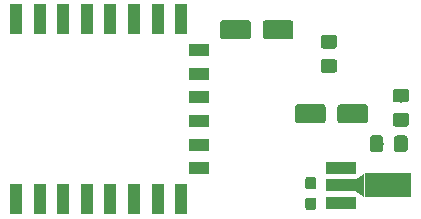
<source format=gtp>
G04 #@! TF.GenerationSoftware,KiCad,Pcbnew,5.1.2-f72e74a~84~ubuntu18.10.1*
G04 #@! TF.CreationDate,2019-07-18T21:48:07+02:00*
G04 #@! TF.ProjectId,esp12-dht22,65737031-322d-4646-9874-32322e6b6963,rev?*
G04 #@! TF.SameCoordinates,PX4129270PY6f2f610*
G04 #@! TF.FileFunction,Paste,Top*
G04 #@! TF.FilePolarity,Positive*
%FSLAX46Y46*%
G04 Gerber Fmt 4.6, Leading zero omitted, Abs format (unit mm)*
G04 Created by KiCad (PCBNEW 5.1.2-f72e74a~84~ubuntu18.10.1) date 2019-07-18 21:48:07*
%MOMM*%
%LPD*%
G04 APERTURE LIST*
%ADD10R,2.500000X1.000000*%
%ADD11R,4.000000X2.000000*%
%ADD12C,0.750000*%
%ADD13C,0.100000*%
%ADD14C,1.150000*%
%ADD15C,0.950000*%
%ADD16C,1.600000*%
%ADD17R,1.000000X2.500000*%
%ADD18R,1.800000X1.000000*%
G04 APERTURE END LIST*
D10*
X36322000Y4318000D03*
X36322000Y2818000D03*
X36322000Y1318000D03*
D11*
X40282000Y2818000D03*
D12*
X37932000Y2818000D03*
D13*
G36*
X38307000Y1818000D02*
G01*
X37557000Y2318000D01*
X37557000Y3318000D01*
X38307000Y3818000D01*
X38307000Y1818000D01*
X38307000Y1818000D01*
G37*
G36*
X39701505Y7048796D02*
G01*
X39725773Y7045196D01*
X39749572Y7039235D01*
X39772671Y7030970D01*
X39794850Y7020480D01*
X39815893Y7007868D01*
X39835599Y6993253D01*
X39853777Y6976777D01*
X39870253Y6958599D01*
X39884868Y6938893D01*
X39897480Y6917850D01*
X39907970Y6895671D01*
X39916235Y6872572D01*
X39922196Y6848773D01*
X39925796Y6824505D01*
X39927000Y6800001D01*
X39927000Y5899999D01*
X39925796Y5875495D01*
X39922196Y5851227D01*
X39916235Y5827428D01*
X39907970Y5804329D01*
X39897480Y5782150D01*
X39884868Y5761107D01*
X39870253Y5741401D01*
X39853777Y5723223D01*
X39835599Y5706747D01*
X39815893Y5692132D01*
X39794850Y5679520D01*
X39772671Y5669030D01*
X39749572Y5660765D01*
X39725773Y5654804D01*
X39701505Y5651204D01*
X39677001Y5650000D01*
X39026999Y5650000D01*
X39002495Y5651204D01*
X38978227Y5654804D01*
X38954428Y5660765D01*
X38931329Y5669030D01*
X38909150Y5679520D01*
X38888107Y5692132D01*
X38868401Y5706747D01*
X38850223Y5723223D01*
X38833747Y5741401D01*
X38819132Y5761107D01*
X38806520Y5782150D01*
X38796030Y5804329D01*
X38787765Y5827428D01*
X38781804Y5851227D01*
X38778204Y5875495D01*
X38777000Y5899999D01*
X38777000Y6800001D01*
X38778204Y6824505D01*
X38781804Y6848773D01*
X38787765Y6872572D01*
X38796030Y6895671D01*
X38806520Y6917850D01*
X38819132Y6938893D01*
X38833747Y6958599D01*
X38850223Y6976777D01*
X38868401Y6993253D01*
X38888107Y7007868D01*
X38909150Y7020480D01*
X38931329Y7030970D01*
X38954428Y7039235D01*
X38978227Y7045196D01*
X39002495Y7048796D01*
X39026999Y7050000D01*
X39677001Y7050000D01*
X39701505Y7048796D01*
X39701505Y7048796D01*
G37*
D14*
X39352000Y6350000D03*
D13*
G36*
X41751505Y7048796D02*
G01*
X41775773Y7045196D01*
X41799572Y7039235D01*
X41822671Y7030970D01*
X41844850Y7020480D01*
X41865893Y7007868D01*
X41885599Y6993253D01*
X41903777Y6976777D01*
X41920253Y6958599D01*
X41934868Y6938893D01*
X41947480Y6917850D01*
X41957970Y6895671D01*
X41966235Y6872572D01*
X41972196Y6848773D01*
X41975796Y6824505D01*
X41977000Y6800001D01*
X41977000Y5899999D01*
X41975796Y5875495D01*
X41972196Y5851227D01*
X41966235Y5827428D01*
X41957970Y5804329D01*
X41947480Y5782150D01*
X41934868Y5761107D01*
X41920253Y5741401D01*
X41903777Y5723223D01*
X41885599Y5706747D01*
X41865893Y5692132D01*
X41844850Y5679520D01*
X41822671Y5669030D01*
X41799572Y5660765D01*
X41775773Y5654804D01*
X41751505Y5651204D01*
X41727001Y5650000D01*
X41076999Y5650000D01*
X41052495Y5651204D01*
X41028227Y5654804D01*
X41004428Y5660765D01*
X40981329Y5669030D01*
X40959150Y5679520D01*
X40938107Y5692132D01*
X40918401Y5706747D01*
X40900223Y5723223D01*
X40883747Y5741401D01*
X40869132Y5761107D01*
X40856520Y5782150D01*
X40846030Y5804329D01*
X40837765Y5827428D01*
X40831804Y5851227D01*
X40828204Y5875495D01*
X40827000Y5899999D01*
X40827000Y6800001D01*
X40828204Y6824505D01*
X40831804Y6848773D01*
X40837765Y6872572D01*
X40846030Y6895671D01*
X40856520Y6917850D01*
X40869132Y6938893D01*
X40883747Y6958599D01*
X40900223Y6976777D01*
X40918401Y6993253D01*
X40938107Y7007868D01*
X40959150Y7020480D01*
X40981329Y7030970D01*
X41004428Y7039235D01*
X41028227Y7045196D01*
X41052495Y7048796D01*
X41076999Y7050000D01*
X41727001Y7050000D01*
X41751505Y7048796D01*
X41751505Y7048796D01*
G37*
D14*
X41402000Y6350000D03*
D13*
G36*
X34042779Y1793856D02*
G01*
X34065834Y1790437D01*
X34088443Y1784773D01*
X34110387Y1776921D01*
X34131457Y1766956D01*
X34151448Y1754974D01*
X34170168Y1741090D01*
X34187438Y1725438D01*
X34203090Y1708168D01*
X34216974Y1689448D01*
X34228956Y1669457D01*
X34238921Y1648387D01*
X34246773Y1626443D01*
X34252437Y1603834D01*
X34255856Y1580779D01*
X34257000Y1557500D01*
X34257000Y982500D01*
X34255856Y959221D01*
X34252437Y936166D01*
X34246773Y913557D01*
X34238921Y891613D01*
X34228956Y870543D01*
X34216974Y850552D01*
X34203090Y831832D01*
X34187438Y814562D01*
X34170168Y798910D01*
X34151448Y785026D01*
X34131457Y773044D01*
X34110387Y763079D01*
X34088443Y755227D01*
X34065834Y749563D01*
X34042779Y746144D01*
X34019500Y745000D01*
X33544500Y745000D01*
X33521221Y746144D01*
X33498166Y749563D01*
X33475557Y755227D01*
X33453613Y763079D01*
X33432543Y773044D01*
X33412552Y785026D01*
X33393832Y798910D01*
X33376562Y814562D01*
X33360910Y831832D01*
X33347026Y850552D01*
X33335044Y870543D01*
X33325079Y891613D01*
X33317227Y913557D01*
X33311563Y936166D01*
X33308144Y959221D01*
X33307000Y982500D01*
X33307000Y1557500D01*
X33308144Y1580779D01*
X33311563Y1603834D01*
X33317227Y1626443D01*
X33325079Y1648387D01*
X33335044Y1669457D01*
X33347026Y1689448D01*
X33360910Y1708168D01*
X33376562Y1725438D01*
X33393832Y1741090D01*
X33412552Y1754974D01*
X33432543Y1766956D01*
X33453613Y1776921D01*
X33475557Y1784773D01*
X33498166Y1790437D01*
X33521221Y1793856D01*
X33544500Y1795000D01*
X34019500Y1795000D01*
X34042779Y1793856D01*
X34042779Y1793856D01*
G37*
D15*
X33782000Y1270000D03*
D13*
G36*
X34042779Y3543856D02*
G01*
X34065834Y3540437D01*
X34088443Y3534773D01*
X34110387Y3526921D01*
X34131457Y3516956D01*
X34151448Y3504974D01*
X34170168Y3491090D01*
X34187438Y3475438D01*
X34203090Y3458168D01*
X34216974Y3439448D01*
X34228956Y3419457D01*
X34238921Y3398387D01*
X34246773Y3376443D01*
X34252437Y3353834D01*
X34255856Y3330779D01*
X34257000Y3307500D01*
X34257000Y2732500D01*
X34255856Y2709221D01*
X34252437Y2686166D01*
X34246773Y2663557D01*
X34238921Y2641613D01*
X34228956Y2620543D01*
X34216974Y2600552D01*
X34203090Y2581832D01*
X34187438Y2564562D01*
X34170168Y2548910D01*
X34151448Y2535026D01*
X34131457Y2523044D01*
X34110387Y2513079D01*
X34088443Y2505227D01*
X34065834Y2499563D01*
X34042779Y2496144D01*
X34019500Y2495000D01*
X33544500Y2495000D01*
X33521221Y2496144D01*
X33498166Y2499563D01*
X33475557Y2505227D01*
X33453613Y2513079D01*
X33432543Y2523044D01*
X33412552Y2535026D01*
X33393832Y2548910D01*
X33376562Y2564562D01*
X33360910Y2581832D01*
X33347026Y2600552D01*
X33335044Y2620543D01*
X33325079Y2641613D01*
X33317227Y2663557D01*
X33311563Y2686166D01*
X33308144Y2709221D01*
X33307000Y2732500D01*
X33307000Y3307500D01*
X33308144Y3330779D01*
X33311563Y3353834D01*
X33317227Y3376443D01*
X33325079Y3398387D01*
X33335044Y3419457D01*
X33347026Y3439448D01*
X33360910Y3458168D01*
X33376562Y3475438D01*
X33393832Y3491090D01*
X33412552Y3504974D01*
X33432543Y3516956D01*
X33453613Y3526921D01*
X33475557Y3534773D01*
X33498166Y3540437D01*
X33521221Y3543856D01*
X33544500Y3545000D01*
X34019500Y3545000D01*
X34042779Y3543856D01*
X34042779Y3543856D01*
G37*
D15*
X33782000Y3020000D03*
D13*
G36*
X28484504Y16800796D02*
G01*
X28508773Y16797196D01*
X28532571Y16791235D01*
X28555671Y16782970D01*
X28577849Y16772480D01*
X28598893Y16759867D01*
X28618598Y16745253D01*
X28636777Y16728777D01*
X28653253Y16710598D01*
X28667867Y16690893D01*
X28680480Y16669849D01*
X28690970Y16647671D01*
X28699235Y16624571D01*
X28705196Y16600773D01*
X28708796Y16576504D01*
X28710000Y16552000D01*
X28710000Y15452000D01*
X28708796Y15427496D01*
X28705196Y15403227D01*
X28699235Y15379429D01*
X28690970Y15356329D01*
X28680480Y15334151D01*
X28667867Y15313107D01*
X28653253Y15293402D01*
X28636777Y15275223D01*
X28618598Y15258747D01*
X28598893Y15244133D01*
X28577849Y15231520D01*
X28555671Y15221030D01*
X28532571Y15212765D01*
X28508773Y15206804D01*
X28484504Y15203204D01*
X28460000Y15202000D01*
X26360000Y15202000D01*
X26335496Y15203204D01*
X26311227Y15206804D01*
X26287429Y15212765D01*
X26264329Y15221030D01*
X26242151Y15231520D01*
X26221107Y15244133D01*
X26201402Y15258747D01*
X26183223Y15275223D01*
X26166747Y15293402D01*
X26152133Y15313107D01*
X26139520Y15334151D01*
X26129030Y15356329D01*
X26120765Y15379429D01*
X26114804Y15403227D01*
X26111204Y15427496D01*
X26110000Y15452000D01*
X26110000Y16552000D01*
X26111204Y16576504D01*
X26114804Y16600773D01*
X26120765Y16624571D01*
X26129030Y16647671D01*
X26139520Y16669849D01*
X26152133Y16690893D01*
X26166747Y16710598D01*
X26183223Y16728777D01*
X26201402Y16745253D01*
X26221107Y16759867D01*
X26242151Y16772480D01*
X26264329Y16782970D01*
X26287429Y16791235D01*
X26311227Y16797196D01*
X26335496Y16800796D01*
X26360000Y16802000D01*
X28460000Y16802000D01*
X28484504Y16800796D01*
X28484504Y16800796D01*
G37*
D16*
X27410000Y16002000D03*
D13*
G36*
X32084504Y16800796D02*
G01*
X32108773Y16797196D01*
X32132571Y16791235D01*
X32155671Y16782970D01*
X32177849Y16772480D01*
X32198893Y16759867D01*
X32218598Y16745253D01*
X32236777Y16728777D01*
X32253253Y16710598D01*
X32267867Y16690893D01*
X32280480Y16669849D01*
X32290970Y16647671D01*
X32299235Y16624571D01*
X32305196Y16600773D01*
X32308796Y16576504D01*
X32310000Y16552000D01*
X32310000Y15452000D01*
X32308796Y15427496D01*
X32305196Y15403227D01*
X32299235Y15379429D01*
X32290970Y15356329D01*
X32280480Y15334151D01*
X32267867Y15313107D01*
X32253253Y15293402D01*
X32236777Y15275223D01*
X32218598Y15258747D01*
X32198893Y15244133D01*
X32177849Y15231520D01*
X32155671Y15221030D01*
X32132571Y15212765D01*
X32108773Y15206804D01*
X32084504Y15203204D01*
X32060000Y15202000D01*
X29960000Y15202000D01*
X29935496Y15203204D01*
X29911227Y15206804D01*
X29887429Y15212765D01*
X29864329Y15221030D01*
X29842151Y15231520D01*
X29821107Y15244133D01*
X29801402Y15258747D01*
X29783223Y15275223D01*
X29766747Y15293402D01*
X29752133Y15313107D01*
X29739520Y15334151D01*
X29729030Y15356329D01*
X29720765Y15379429D01*
X29714804Y15403227D01*
X29711204Y15427496D01*
X29710000Y15452000D01*
X29710000Y16552000D01*
X29711204Y16576504D01*
X29714804Y16600773D01*
X29720765Y16624571D01*
X29729030Y16647671D01*
X29739520Y16669849D01*
X29752133Y16690893D01*
X29766747Y16710598D01*
X29783223Y16728777D01*
X29801402Y16745253D01*
X29821107Y16759867D01*
X29842151Y16772480D01*
X29864329Y16782970D01*
X29887429Y16791235D01*
X29911227Y16797196D01*
X29935496Y16800796D01*
X29960000Y16802000D01*
X32060000Y16802000D01*
X32084504Y16800796D01*
X32084504Y16800796D01*
G37*
D16*
X31010000Y16002000D03*
D17*
X8819000Y1671000D03*
X10819000Y1671000D03*
X12819000Y1671000D03*
X14819000Y1671000D03*
X16819000Y1671000D03*
X18819000Y1671000D03*
X20819000Y1671000D03*
X22819000Y1671000D03*
D18*
X24319000Y4271000D03*
X24319000Y6271000D03*
X24319000Y8271000D03*
X24319000Y10271000D03*
X24319000Y12271000D03*
X24319000Y14271000D03*
D17*
X22819000Y16871000D03*
X20819000Y16871000D03*
X18819000Y16871000D03*
X16819000Y16871000D03*
X14819000Y16871000D03*
X12819000Y16871000D03*
X10819000Y16871000D03*
X8819000Y16871000D03*
D13*
G36*
X38412504Y9688796D02*
G01*
X38436773Y9685196D01*
X38460571Y9679235D01*
X38483671Y9670970D01*
X38505849Y9660480D01*
X38526893Y9647867D01*
X38546598Y9633253D01*
X38564777Y9616777D01*
X38581253Y9598598D01*
X38595867Y9578893D01*
X38608480Y9557849D01*
X38618970Y9535671D01*
X38627235Y9512571D01*
X38633196Y9488773D01*
X38636796Y9464504D01*
X38638000Y9440000D01*
X38638000Y8340000D01*
X38636796Y8315496D01*
X38633196Y8291227D01*
X38627235Y8267429D01*
X38618970Y8244329D01*
X38608480Y8222151D01*
X38595867Y8201107D01*
X38581253Y8181402D01*
X38564777Y8163223D01*
X38546598Y8146747D01*
X38526893Y8132133D01*
X38505849Y8119520D01*
X38483671Y8109030D01*
X38460571Y8100765D01*
X38436773Y8094804D01*
X38412504Y8091204D01*
X38388000Y8090000D01*
X36288000Y8090000D01*
X36263496Y8091204D01*
X36239227Y8094804D01*
X36215429Y8100765D01*
X36192329Y8109030D01*
X36170151Y8119520D01*
X36149107Y8132133D01*
X36129402Y8146747D01*
X36111223Y8163223D01*
X36094747Y8181402D01*
X36080133Y8201107D01*
X36067520Y8222151D01*
X36057030Y8244329D01*
X36048765Y8267429D01*
X36042804Y8291227D01*
X36039204Y8315496D01*
X36038000Y8340000D01*
X36038000Y9440000D01*
X36039204Y9464504D01*
X36042804Y9488773D01*
X36048765Y9512571D01*
X36057030Y9535671D01*
X36067520Y9557849D01*
X36080133Y9578893D01*
X36094747Y9598598D01*
X36111223Y9616777D01*
X36129402Y9633253D01*
X36149107Y9647867D01*
X36170151Y9660480D01*
X36192329Y9670970D01*
X36215429Y9679235D01*
X36239227Y9685196D01*
X36263496Y9688796D01*
X36288000Y9690000D01*
X38388000Y9690000D01*
X38412504Y9688796D01*
X38412504Y9688796D01*
G37*
D16*
X37338000Y8890000D03*
D13*
G36*
X34812504Y9688796D02*
G01*
X34836773Y9685196D01*
X34860571Y9679235D01*
X34883671Y9670970D01*
X34905849Y9660480D01*
X34926893Y9647867D01*
X34946598Y9633253D01*
X34964777Y9616777D01*
X34981253Y9598598D01*
X34995867Y9578893D01*
X35008480Y9557849D01*
X35018970Y9535671D01*
X35027235Y9512571D01*
X35033196Y9488773D01*
X35036796Y9464504D01*
X35038000Y9440000D01*
X35038000Y8340000D01*
X35036796Y8315496D01*
X35033196Y8291227D01*
X35027235Y8267429D01*
X35018970Y8244329D01*
X35008480Y8222151D01*
X34995867Y8201107D01*
X34981253Y8181402D01*
X34964777Y8163223D01*
X34946598Y8146747D01*
X34926893Y8132133D01*
X34905849Y8119520D01*
X34883671Y8109030D01*
X34860571Y8100765D01*
X34836773Y8094804D01*
X34812504Y8091204D01*
X34788000Y8090000D01*
X32688000Y8090000D01*
X32663496Y8091204D01*
X32639227Y8094804D01*
X32615429Y8100765D01*
X32592329Y8109030D01*
X32570151Y8119520D01*
X32549107Y8132133D01*
X32529402Y8146747D01*
X32511223Y8163223D01*
X32494747Y8181402D01*
X32480133Y8201107D01*
X32467520Y8222151D01*
X32457030Y8244329D01*
X32448765Y8267429D01*
X32442804Y8291227D01*
X32439204Y8315496D01*
X32438000Y8340000D01*
X32438000Y9440000D01*
X32439204Y9464504D01*
X32442804Y9488773D01*
X32448765Y9512571D01*
X32457030Y9535671D01*
X32467520Y9557849D01*
X32480133Y9578893D01*
X32494747Y9598598D01*
X32511223Y9616777D01*
X32529402Y9633253D01*
X32549107Y9647867D01*
X32570151Y9660480D01*
X32592329Y9670970D01*
X32615429Y9679235D01*
X32639227Y9685196D01*
X32663496Y9688796D01*
X32688000Y9690000D01*
X34788000Y9690000D01*
X34812504Y9688796D01*
X34812504Y9688796D01*
G37*
D16*
X33738000Y8890000D03*
D13*
G36*
X41876505Y11005796D02*
G01*
X41900773Y11002196D01*
X41924572Y10996235D01*
X41947671Y10987970D01*
X41969850Y10977480D01*
X41990893Y10964868D01*
X42010599Y10950253D01*
X42028777Y10933777D01*
X42045253Y10915599D01*
X42059868Y10895893D01*
X42072480Y10874850D01*
X42082970Y10852671D01*
X42091235Y10829572D01*
X42097196Y10805773D01*
X42100796Y10781505D01*
X42102000Y10757001D01*
X42102000Y10106999D01*
X42100796Y10082495D01*
X42097196Y10058227D01*
X42091235Y10034428D01*
X42082970Y10011329D01*
X42072480Y9989150D01*
X42059868Y9968107D01*
X42045253Y9948401D01*
X42028777Y9930223D01*
X42010599Y9913747D01*
X41990893Y9899132D01*
X41969850Y9886520D01*
X41947671Y9876030D01*
X41924572Y9867765D01*
X41900773Y9861804D01*
X41876505Y9858204D01*
X41852001Y9857000D01*
X40951999Y9857000D01*
X40927495Y9858204D01*
X40903227Y9861804D01*
X40879428Y9867765D01*
X40856329Y9876030D01*
X40834150Y9886520D01*
X40813107Y9899132D01*
X40793401Y9913747D01*
X40775223Y9930223D01*
X40758747Y9948401D01*
X40744132Y9968107D01*
X40731520Y9989150D01*
X40721030Y10011329D01*
X40712765Y10034428D01*
X40706804Y10058227D01*
X40703204Y10082495D01*
X40702000Y10106999D01*
X40702000Y10757001D01*
X40703204Y10781505D01*
X40706804Y10805773D01*
X40712765Y10829572D01*
X40721030Y10852671D01*
X40731520Y10874850D01*
X40744132Y10895893D01*
X40758747Y10915599D01*
X40775223Y10933777D01*
X40793401Y10950253D01*
X40813107Y10964868D01*
X40834150Y10977480D01*
X40856329Y10987970D01*
X40879428Y10996235D01*
X40903227Y11002196D01*
X40927495Y11005796D01*
X40951999Y11007000D01*
X41852001Y11007000D01*
X41876505Y11005796D01*
X41876505Y11005796D01*
G37*
D14*
X41402000Y10432000D03*
D13*
G36*
X41876505Y8955796D02*
G01*
X41900773Y8952196D01*
X41924572Y8946235D01*
X41947671Y8937970D01*
X41969850Y8927480D01*
X41990893Y8914868D01*
X42010599Y8900253D01*
X42028777Y8883777D01*
X42045253Y8865599D01*
X42059868Y8845893D01*
X42072480Y8824850D01*
X42082970Y8802671D01*
X42091235Y8779572D01*
X42097196Y8755773D01*
X42100796Y8731505D01*
X42102000Y8707001D01*
X42102000Y8056999D01*
X42100796Y8032495D01*
X42097196Y8008227D01*
X42091235Y7984428D01*
X42082970Y7961329D01*
X42072480Y7939150D01*
X42059868Y7918107D01*
X42045253Y7898401D01*
X42028777Y7880223D01*
X42010599Y7863747D01*
X41990893Y7849132D01*
X41969850Y7836520D01*
X41947671Y7826030D01*
X41924572Y7817765D01*
X41900773Y7811804D01*
X41876505Y7808204D01*
X41852001Y7807000D01*
X40951999Y7807000D01*
X40927495Y7808204D01*
X40903227Y7811804D01*
X40879428Y7817765D01*
X40856329Y7826030D01*
X40834150Y7836520D01*
X40813107Y7849132D01*
X40793401Y7863747D01*
X40775223Y7880223D01*
X40758747Y7898401D01*
X40744132Y7918107D01*
X40731520Y7939150D01*
X40721030Y7961329D01*
X40712765Y7984428D01*
X40706804Y8008227D01*
X40703204Y8032495D01*
X40702000Y8056999D01*
X40702000Y8707001D01*
X40703204Y8731505D01*
X40706804Y8755773D01*
X40712765Y8779572D01*
X40721030Y8802671D01*
X40731520Y8824850D01*
X40744132Y8845893D01*
X40758747Y8865599D01*
X40775223Y8883777D01*
X40793401Y8900253D01*
X40813107Y8914868D01*
X40834150Y8927480D01*
X40856329Y8937970D01*
X40879428Y8946235D01*
X40903227Y8952196D01*
X40927495Y8955796D01*
X40951999Y8957000D01*
X41852001Y8957000D01*
X41876505Y8955796D01*
X41876505Y8955796D01*
G37*
D14*
X41402000Y8382000D03*
D13*
G36*
X35780505Y15559796D02*
G01*
X35804773Y15556196D01*
X35828572Y15550235D01*
X35851671Y15541970D01*
X35873850Y15531480D01*
X35894893Y15518868D01*
X35914599Y15504253D01*
X35932777Y15487777D01*
X35949253Y15469599D01*
X35963868Y15449893D01*
X35976480Y15428850D01*
X35986970Y15406671D01*
X35995235Y15383572D01*
X36001196Y15359773D01*
X36004796Y15335505D01*
X36006000Y15311001D01*
X36006000Y14660999D01*
X36004796Y14636495D01*
X36001196Y14612227D01*
X35995235Y14588428D01*
X35986970Y14565329D01*
X35976480Y14543150D01*
X35963868Y14522107D01*
X35949253Y14502401D01*
X35932777Y14484223D01*
X35914599Y14467747D01*
X35894893Y14453132D01*
X35873850Y14440520D01*
X35851671Y14430030D01*
X35828572Y14421765D01*
X35804773Y14415804D01*
X35780505Y14412204D01*
X35756001Y14411000D01*
X34855999Y14411000D01*
X34831495Y14412204D01*
X34807227Y14415804D01*
X34783428Y14421765D01*
X34760329Y14430030D01*
X34738150Y14440520D01*
X34717107Y14453132D01*
X34697401Y14467747D01*
X34679223Y14484223D01*
X34662747Y14502401D01*
X34648132Y14522107D01*
X34635520Y14543150D01*
X34625030Y14565329D01*
X34616765Y14588428D01*
X34610804Y14612227D01*
X34607204Y14636495D01*
X34606000Y14660999D01*
X34606000Y15311001D01*
X34607204Y15335505D01*
X34610804Y15359773D01*
X34616765Y15383572D01*
X34625030Y15406671D01*
X34635520Y15428850D01*
X34648132Y15449893D01*
X34662747Y15469599D01*
X34679223Y15487777D01*
X34697401Y15504253D01*
X34717107Y15518868D01*
X34738150Y15531480D01*
X34760329Y15541970D01*
X34783428Y15550235D01*
X34807227Y15556196D01*
X34831495Y15559796D01*
X34855999Y15561000D01*
X35756001Y15561000D01*
X35780505Y15559796D01*
X35780505Y15559796D01*
G37*
D14*
X35306000Y14986000D03*
D13*
G36*
X35780505Y13509796D02*
G01*
X35804773Y13506196D01*
X35828572Y13500235D01*
X35851671Y13491970D01*
X35873850Y13481480D01*
X35894893Y13468868D01*
X35914599Y13454253D01*
X35932777Y13437777D01*
X35949253Y13419599D01*
X35963868Y13399893D01*
X35976480Y13378850D01*
X35986970Y13356671D01*
X35995235Y13333572D01*
X36001196Y13309773D01*
X36004796Y13285505D01*
X36006000Y13261001D01*
X36006000Y12610999D01*
X36004796Y12586495D01*
X36001196Y12562227D01*
X35995235Y12538428D01*
X35986970Y12515329D01*
X35976480Y12493150D01*
X35963868Y12472107D01*
X35949253Y12452401D01*
X35932777Y12434223D01*
X35914599Y12417747D01*
X35894893Y12403132D01*
X35873850Y12390520D01*
X35851671Y12380030D01*
X35828572Y12371765D01*
X35804773Y12365804D01*
X35780505Y12362204D01*
X35756001Y12361000D01*
X34855999Y12361000D01*
X34831495Y12362204D01*
X34807227Y12365804D01*
X34783428Y12371765D01*
X34760329Y12380030D01*
X34738150Y12390520D01*
X34717107Y12403132D01*
X34697401Y12417747D01*
X34679223Y12434223D01*
X34662747Y12452401D01*
X34648132Y12472107D01*
X34635520Y12493150D01*
X34625030Y12515329D01*
X34616765Y12538428D01*
X34610804Y12562227D01*
X34607204Y12586495D01*
X34606000Y12610999D01*
X34606000Y13261001D01*
X34607204Y13285505D01*
X34610804Y13309773D01*
X34616765Y13333572D01*
X34625030Y13356671D01*
X34635520Y13378850D01*
X34648132Y13399893D01*
X34662747Y13419599D01*
X34679223Y13437777D01*
X34697401Y13454253D01*
X34717107Y13468868D01*
X34738150Y13481480D01*
X34760329Y13491970D01*
X34783428Y13500235D01*
X34807227Y13506196D01*
X34831495Y13509796D01*
X34855999Y13511000D01*
X35756001Y13511000D01*
X35780505Y13509796D01*
X35780505Y13509796D01*
G37*
D14*
X35306000Y12936000D03*
M02*

</source>
